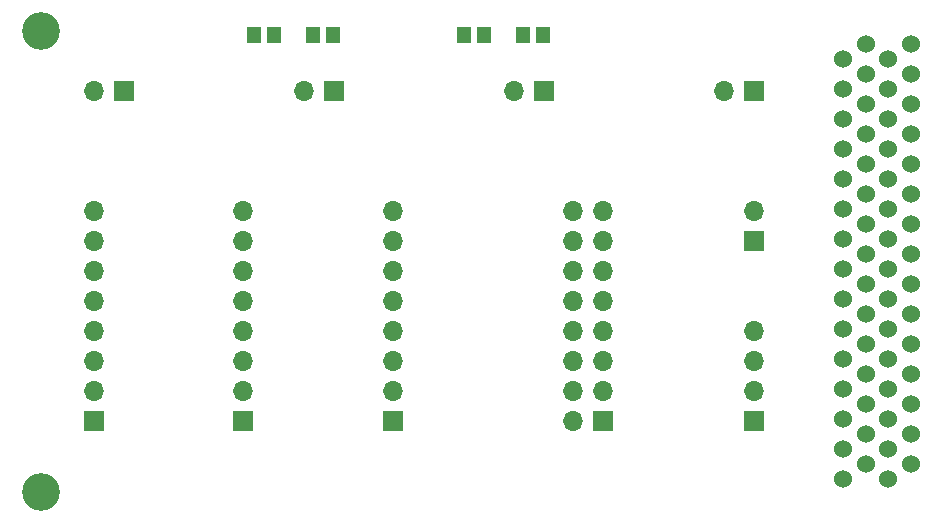
<source format=gts>
G04 #@! TF.GenerationSoftware,KiCad,Pcbnew,5.1.10-88a1d61d58~88~ubuntu20.10.1*
G04 #@! TF.CreationDate,2021-05-13T17:51:00+02:00*
G04 #@! TF.ProjectId,breakout-board,62726561-6b6f-4757-942d-626f6172642e,1.0*
G04 #@! TF.SameCoordinates,Original*
G04 #@! TF.FileFunction,Soldermask,Top*
G04 #@! TF.FilePolarity,Negative*
%FSLAX46Y46*%
G04 Gerber Fmt 4.6, Leading zero omitted, Abs format (unit mm)*
G04 Created by KiCad (PCBNEW 5.1.10-88a1d61d58~88~ubuntu20.10.1) date 2021-05-13 17:51:00*
%MOMM*%
%LPD*%
G01*
G04 APERTURE LIST*
%ADD10R,1.150000X1.400000*%
%ADD11O,1.700000X1.700000*%
%ADD12R,1.700000X1.700000*%
%ADD13C,1.524000*%
%ADD14C,3.200000*%
G04 APERTURE END LIST*
D10*
X91360000Y-40950000D03*
X89660000Y-40950000D03*
X109140000Y-40950000D03*
X107440000Y-40950000D03*
D11*
X127000000Y-66040000D03*
X127000000Y-68580000D03*
X127000000Y-71120000D03*
D12*
X127000000Y-73660000D03*
X71120000Y-73660000D03*
D11*
X71120000Y-71120000D03*
X71120000Y-68580000D03*
X71120000Y-66040000D03*
X71120000Y-63500000D03*
X71120000Y-60960000D03*
X71120000Y-58420000D03*
X71120000Y-55880000D03*
X83740000Y-55880000D03*
X83740000Y-58420000D03*
X83740000Y-60960000D03*
X83740000Y-63500000D03*
X83740000Y-66040000D03*
X83740000Y-68580000D03*
X83740000Y-71120000D03*
D12*
X83740000Y-73660000D03*
X127000000Y-58420000D03*
D11*
X127000000Y-55880000D03*
D12*
X114220000Y-73660000D03*
D11*
X111680000Y-73660000D03*
X114220000Y-71120000D03*
X111680000Y-71120000D03*
X114220000Y-68580000D03*
X111680000Y-68580000D03*
X114220000Y-66040000D03*
X111680000Y-66040000D03*
X114220000Y-63500000D03*
X111680000Y-63500000D03*
X114220000Y-60960000D03*
X111680000Y-60960000D03*
X114220000Y-58420000D03*
X111680000Y-58420000D03*
X114220000Y-55880000D03*
X111680000Y-55880000D03*
D12*
X96440000Y-73660000D03*
D11*
X96440000Y-71120000D03*
X96440000Y-68580000D03*
X96440000Y-66040000D03*
X96440000Y-63500000D03*
X96440000Y-60960000D03*
X96440000Y-58420000D03*
X96440000Y-55880000D03*
D12*
X127000000Y-45720000D03*
D11*
X124460000Y-45720000D03*
X88900000Y-45720000D03*
D12*
X91440000Y-45720000D03*
D11*
X106680000Y-45720000D03*
D12*
X109220000Y-45720000D03*
X73660000Y-45720000D03*
D11*
X71120000Y-45720000D03*
D13*
X134545000Y-78570000D03*
X136450000Y-77300000D03*
X134545000Y-76030000D03*
X136450000Y-74760000D03*
X134545000Y-73490000D03*
X136450000Y-72220000D03*
X134545000Y-70950000D03*
X136450000Y-69680000D03*
X134545000Y-68410000D03*
X136450000Y-67140000D03*
X134545000Y-65870000D03*
X136450000Y-64600000D03*
X134545000Y-63330000D03*
X136450000Y-62060000D03*
X134545000Y-60790000D03*
X136450000Y-59520000D03*
X134545000Y-58250000D03*
X136450000Y-56980000D03*
X134545000Y-55710000D03*
X136450000Y-54440000D03*
X134545000Y-53170000D03*
X136450000Y-51900000D03*
X134545000Y-50630000D03*
X136450000Y-49360000D03*
X134545000Y-48090000D03*
X136450000Y-46820000D03*
X134545000Y-45550000D03*
X136450000Y-44280000D03*
X134545000Y-43010000D03*
X136450000Y-41740000D03*
X138355000Y-78570000D03*
X140260000Y-77300000D03*
X138355000Y-76030000D03*
X140260000Y-74760000D03*
X138355000Y-73490000D03*
X140260000Y-72220000D03*
X138355000Y-70950000D03*
X140260000Y-69680000D03*
X138355000Y-68410000D03*
X140260000Y-67140000D03*
X138355000Y-65870000D03*
X140260000Y-64600000D03*
X138355000Y-63330000D03*
X140260000Y-62060000D03*
X138355000Y-60790000D03*
X140260000Y-59520000D03*
X138355000Y-58250000D03*
X140260000Y-56980000D03*
X138355000Y-55710000D03*
X140260000Y-54440000D03*
X138355000Y-53170000D03*
X140260000Y-51900000D03*
X138355000Y-50630000D03*
X140260000Y-49360000D03*
X138355000Y-48090000D03*
X140260000Y-46820000D03*
X138355000Y-45550000D03*
X140260000Y-44280000D03*
X138355000Y-43010000D03*
X140260000Y-41740000D03*
D10*
X84660000Y-40950000D03*
X86360000Y-40950000D03*
X104140000Y-40950000D03*
X102440000Y-40950000D03*
D14*
X66660000Y-40640000D03*
X66660000Y-79640000D03*
M02*

</source>
